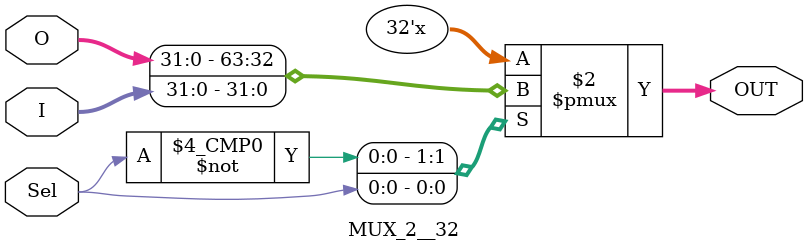
<source format=v>
`timescale 1ns / 1ps


module MUX_2__32(
	input [31:0] O,
	input [31:0] I,
	input  Sel,
	output [31:0] OUT
    );
	 
always @(O or I or Sel) begin
	case(Sel)
		
		1'b0: OUT <= O;
		
		1'b1: OUT <= I;
			
	endcase
end
endmodule

</source>
